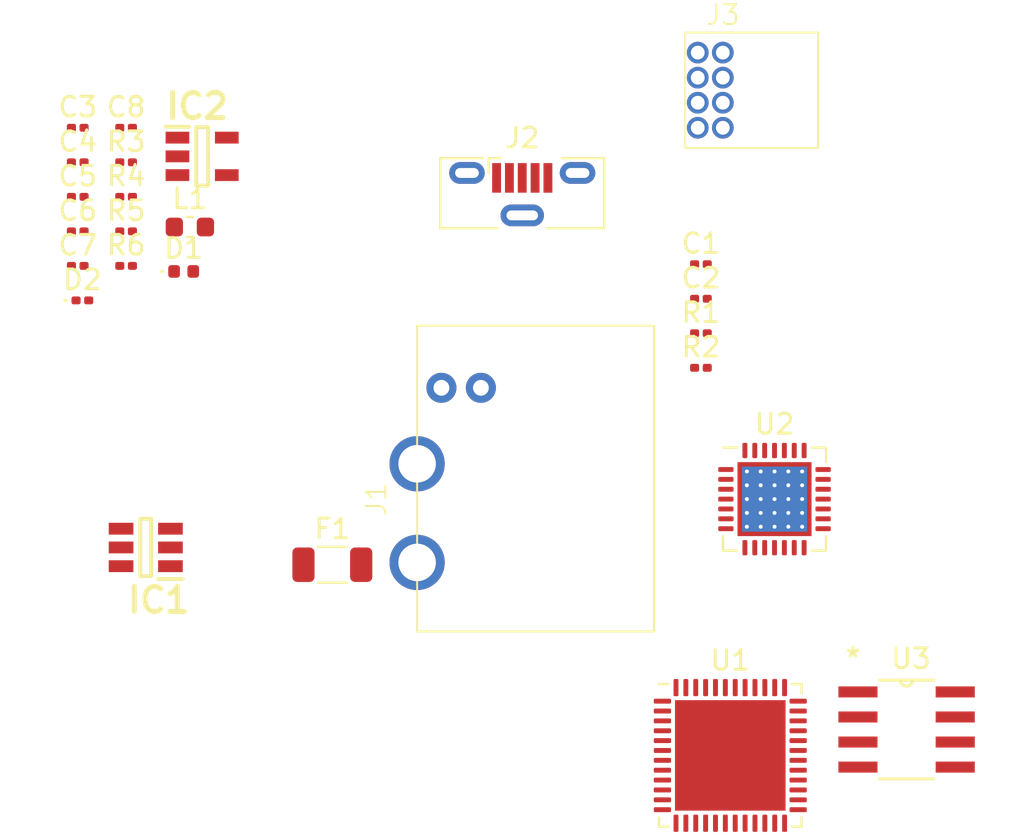
<source format=kicad_pcb>
(kicad_pcb (version 20221018) (generator pcbnew)
  (layers (0 "F.Cu" signal) (31 "B.Cu" signal) (34 "B.Paste" user) (35 "F.Paste" user) (36 "B.SilkS" user "B.Silkscreen") (37 "F.SilkS" user "F.Silkscreen") (38 "B.Mask" user) (39 "F.Mask" user) (44 "Edge.Cuts" user))
  (net 0 "")
  (net 1 "VCC")
  (net 2 "GNDREF")
  (net 3 "Net-(J1-VCC)")
  (net 4 "Net-(IC1-BOOT)")
  (net 5 "Net-(IC1-SW)")
  (net 6 "Net-(IC1-EN)")
  (net 7 "Net-(IC1-FB)")
  (net 39 "Net-(U1-VSS-Pad23)")
  (net 71 "Net-(C6-Pad2)")
  (net 72 "Net-(D1-A)")
  (footprint "Capacitor_SMD:C_0201_0603Metric" (layer "F.Cu") (at 86.705 66.21)
    (fp_text reference "C6" (at 0 -1.05) (layer "F.SilkS"))
    (fp_text value "75pF")
    (pad "1" smd roundrect (at -0.32 0) (size 0.46 0.4) (layers "F.Cu" "F.Mask") (net 7 "Net-(IC1-FB)"))
    (pad "2" smd roundrect (at 0.32 0) (size 0.46 0.4) (layers "F.Cu" "F.Mask") (net 71 "Net-(C6-Pad2)"))
  )
  (footprint "Capacitor_SMD:C_0201_0603Metric" (layer "F.Cu") (at 86.705 64.46)
    (fp_text reference "C5" (at 0 -1.05) (layer "F.SilkS"))
    (fp_text value "22uF")
    (pad "1" smd roundrect (at -0.32 0) (size 0.46 0.4) (layers "F.Cu" "F.Mask") (net 2 "GNDREF"))
    (pad "2" smd roundrect (at 0.32 0) (size 0.46 0.4) (layers "F.Cu" "F.Mask") (net 1 "VCC"))
  )
  (footprint "Resistor_SMD:R_0201_0603Metric" (layer "F.Cu") (at 118.27 71.375)
    (fp_text reference "R1" (at 0 -1.05) (layer "F.SilkS"))
    (fp_text value "551K")
    (pad "1" smd roundrect (at -0.32 0) (size 0.46 0.4) (layers "F.Cu" "F.Mask") (net 1 "VCC"))
    (pad "2" smd roundrect (at 0.32 0) (size 0.46 0.4) (layers "F.Cu" "F.Mask") (net 6 "Net-(IC1-EN)"))
  )
  (footprint "Capacitor_SMD:C_0201_0603Metric" (layer "F.Cu") (at 86.705 62.71)
    (fp_text reference "C4" (at 0 -1.05) (layer "F.SilkS"))
    (fp_text value "22uF")
    (pad "1" smd roundrect (at -0.32 0) (size 0.46 0.4) (layers "F.Cu" "F.Mask") (net 2 "GNDREF"))
    (pad "2" smd roundrect (at 0.32 0) (size 0.46 0.4) (layers "F.Cu" "F.Mask") (net 1 "VCC"))
  )
  (footprint "LED_SMD:LED_0402_1005Metric" (layer "F.Cu") (at 92.07 68.24)
    (fp_text reference "D1" (at 0 -1.17) (layer "F.SilkS"))
    (fp_text value "LED")
    (fp_circle (center -1.09 0) (end -1.04 0) (stroke (width 0.1)) (fill none) (layer "F.SilkS"))
    (pad "1" smd roundrect (at -0.485 0) (size 0.59 0.64) (layers "F.Cu" "F.Paste" "F.Mask") (net 2 "GNDREF"))
    (pad "2" smd roundrect (at 0.485 0) (size 0.59 0.64) (layers "F.Cu" "F.Paste" "F.Mask") (net 72 "Net-(D1-A)"))
  )
  (footprint "SB_CAN_genesis_V1.0_lib:D8" (layer "F.Cu") (at 128.6871 91.4571)
    (fp_text reference "U3" (at 0.225551 -3.590036 unlocked) (layer "F.SilkS"))
    (fp_text value "SN65HVD230DR")
    (fp_text user "*" (at -2.7178 -3.6068 unlocked) (layer "F.SilkS"))
    (fp_text user "*" (at -2.7178 -3.6068 unlocked) (layer "F.SilkS"))
    (fp_line (start -1.373653 2.5019) (end 1.373653 2.5019) (stroke (width 0.1524)) (layer "F.SilkS"))
    (fp_line (start 1.373653 -2.5019) (end -1.373653 -2.5019) (stroke (width 0.1524)) (layer "F.SilkS"))
    (fp_arc (start 0.3048 -2.5019) (mid 0 -2.1971) (end -0.3048 -2.5019) (stroke (width 0.1524)) (layer "F.SilkS"))
    (pad "1" smd rect (at -2.4638 -1.905) (size 1.9812 0.5588) (layers "F.Cu" "F.Paste" "F.Mask"))
    (pad "2" smd rect (at -2.4638 -0.635) (size 1.9812 0.5588) (layers "F.Cu" "F.Paste" "F.Mask"))
    (pad "3" smd rect (at -2.4638 0.635) (size 1.9812 0.5588) (layers "F.Cu" "F.Paste" "F.Mask"))
    (pad "4" smd rect (at -2.4638 1.905) (size 1.9812 0.5588) (layers "F.Cu" "F.Paste" "F.Mask"))
    (pad "5" smd rect (at 2.4638 1.905) (size 1.9812 0.5588) (layers "F.Cu" "F.Paste" "F.Mask"))
    (pad "6" smd rect (at 2.4638 0.635) (size 1.9812 0.5588) (layers "F.Cu" "F.Paste" "F.Mask"))
    (pad "7" smd rect (at 2.4638 -0.635) (size 1.9812 0.5588) (layers "F.Cu" "F.Paste" "F.Mask"))
    (pad "8" smd rect (at 2.4638 -1.905) (size 1.9812 0.5588) (layers "F.Cu" "F.Paste" "F.Mask"))
  )
  (footprint "Diode_SMD:D_0201_0603Metric" (layer "F.Cu") (at 86.94 69.71)
    (fp_text reference "D2" (at 0 -1.05) (layer "F.SilkS"))
    (fp_text value "D_Schottky")
    (fp_circle (center -0.86 0) (end -0.81 0) (stroke (width 0.1)) (fill none) (layer "F.SilkS"))
    (pad "1" smd roundrect (at -0.32 0) (size 0.46 0.4) (layers "F.Cu" "F.Mask") (net 1 "VCC"))
    (pad "2" smd roundrect (at 0.32 0) (size 0.46 0.4) (layers "F.Cu" "F.Mask") (net 2 "GNDREF"))
  )
  (footprint "SB_CAN_genesis_V1.0_lib:SOT95P282X130-5N" (layer "F.Cu") (at 93.005 62.41)
    (fp_text reference "IC2" (at -0.254 -2.54) (layer "F.SilkS") (effects (font (size 1.27 1.27) (thickness 0.254))))
    (fp_text value "AP2112K-3.3TRG1" hide)
    (fp_line (start -1.85 -1.5) (end -0.65 -1.5) (stroke (width 0.2)) (layer "F.SilkS"))
    (fp_line (start -0.3 -1.48) (end 0.3 -1.48) (stroke (width 0.2)) (layer "F.SilkS"))
    (fp_line (start -0.3 1.48) (end -0.3 -1.48) (stroke (width 0.2)) (layer "F.SilkS"))
    (fp_line (start 0.3 -1.48) (end 0.3 1.48) (stroke (width 0.2)) (layer "F.SilkS"))
    (fp_line (start 0.3 1.48) (end -0.3 1.48) (stroke (width 0.2)) (layer "F.SilkS"))
    (pad "1" smd rect (at -1.25 -0.95 90) (size 0.6 1.2) (layers "F.Cu" "F.Paste" "F.Mask") (net 1 "VCC"))
    (pad "2" smd rect (at -1.25 0 90) (size 0.6 1.2) (layers "F.Cu" "F.Paste" "F.Mask") (net 2 "GNDREF"))
    (pad "3" smd rect (at -1.25 0.95 90) (size 0.6 1.2) (layers "F.Cu" "F.Paste" "F.Mask") (net 1 "VCC"))
    (pad "4" smd rect (at 1.25 0.95 90) (size 0.6 1.2) (layers "F.Cu" "F.Paste" "F.Mask"))
    (pad "5" smd rect (at 1.25 -0.95 90) (size 0.6 1.2) (layers "F.Cu" "F.Paste" "F.Mask") (net 1 "VCC"))
  )
  (footprint "Capacitor_SMD:C_0201_0603Metric" (layer "F.Cu") (at 86.705 67.96)
    (fp_text reference "C7" (at 0 -1.05) (layer "F.SilkS"))
    (fp_text value "1uF")
    (pad "1" smd roundrect (at -0.32 0) (size 0.46 0.4) (layers "F.Cu" "F.Mask") (net 2 "GNDREF"))
    (pad "2" smd roundrect (at 0.32 0) (size 0.46 0.4) (layers "F.Cu" "F.Mask") (net 1 "VCC"))
  )
  (footprint "Resistor_SMD:R_1206_3216Metric" (layer "F.Cu") (at 99.600621 83.106038)
    (fp_text reference "F1" (at 0 -1.82) (layer "F.SilkS"))
    (fp_text value "~")
    (fp_line (start -0.727064 -0.91) (end 0.727064 -0.91) (stroke (width 0.12)) (layer "F.SilkS"))
    (fp_line (start -0.727064 0.91) (end 0.727064 0.91) (stroke (width 0.12)) (layer "F.SilkS"))
    (pad "1" smd roundrect (at -1.4625 0) (size 1.125 1.75) (layers "F.Cu" "F.Paste" "F.Mask") (roundrect_rratio 0.222222) (net 1 "VCC"))
    (pad "2" smd roundrect (at 1.4625 0) (size 1.125 1.75) (layers "F.Cu" "F.Paste" "F.Mask") (roundrect_rratio 0.222222) (net 3 "Net-(J1-VCC)"))
  )
  (footprint "Capacitor_SMD:C_0201_0603Metric" (layer "F.Cu") (at 118.27 69.625)
    (fp_text reference "C2" (at 0 -1.05) (layer "F.SilkS"))
    (fp_text value "0.1uF")
    (pad "1" smd roundrect (at -0.32 0) (size 0.46 0.4) (layers "F.Cu" "F.Mask") (net 1 "VCC"))
    (pad "2" smd roundrect (at 0.32 0) (size 0.46 0.4) (layers "F.Cu" "F.Mask") (net 2 "GNDREF"))
  )
  (footprint "Resistor_SMD:R_0201_0603Metric" (layer "F.Cu") (at 89.155 66.21)
    (fp_text reference "R5" (at 0 -1.05) (layer "F.SilkS"))
    (fp_text value "13.3K")
    (pad "1" smd roundrect (at -0.32 0) (size 0.46 0.4) (layers "F.Cu" "F.Mask") (net 7 "Net-(IC1-FB)"))
    (pad "2" smd roundrect (at 0.32 0) (size 0.46 0.4) (layers "F.Cu" "F.Mask") (net 2 "GNDREF"))
  )
  (footprint "Resistor_SMD:R_0201_0603Metric" (layer "F.Cu") (at 89.155 64.46)
    (fp_text reference "R4" (at 0 -1.05) (layer "F.SilkS"))
    (fp_text value "100K")
    (pad "1" smd roundrect (at -0.32 0) (size 0.46 0.4) (layers "F.Cu" "F.Mask") (net 71 "Net-(C6-Pad2)"))
    (pad "2" smd roundrect (at 0.32 0) (size 0.46 0.4) (layers "F.Cu" "F.Mask") (net 7 "Net-(IC1-FB)"))
  )
  (footprint "Inductor_SMD:L_0603_1608Metric" (layer "F.Cu") (at 92.385 65.99)
    (fp_text reference "L1" (at 0 -1.43) (layer "F.SilkS"))
    (fp_text value "10uH")
    (fp_line (start -0.162779 -0.51) (end 0.162779 -0.51) (stroke (width 0.12)) (layer "F.SilkS"))
    (fp_line (start -0.162779 0.51) (end 0.162779 0.51) (stroke (width 0.12)) (layer "F.SilkS"))
    (pad "1" smd roundrect (at -0.7875 0) (size 0.875 0.95) (layers "F.Cu" "F.Paste" "F.Mask") (net 5 "Net-(IC1-SW)"))
    (pad "2" smd roundrect (at 0.7875 0) (size 0.875 0.95) (layers "F.Cu" "F.Paste" "F.Mask") (net 1 "VCC"))
  )
  (footprint "SB_CAN_genesis_V1.0_lib:1.27mm 4x2 header F" (layer "F.Cu") (at 118.11 57.15)
    (fp_text reference "J3" (at 1.27 -1.905 unlocked) (layer "F.SilkS") (effects (font (thickness 0.1))))
    (fp_text value "~")
    (fp_rect (start -0.635 -1.016) (end 6.096 4.826) (stroke (width 0.1)) (fill none) (layer "F.SilkS"))
    (pad "1" thru_hole circle (at 0 0) (size 1.1 1.1) (drill 0.7) (layers "*.Cu" "*.Mask"))
    (pad "2" thru_hole circle (at 1.27 0) (size 1.1 1.1) (drill 0.7) (layers "*.Cu" "*.Mask"))
    (pad "3" thru_hole circle (at 0 1.27) (size 1.1 1.1) (drill 0.7) (layers "*.Cu" "*.Mask"))
    (pad "4" thru_hole circle (at 1.27 1.27) (size 1.1 1.1) (drill 0.7) (layers "*.Cu" "*.Mask"))
    (pad "5" thru_hole circle (at 0 2.54) (size 1.1 1.1) (drill 0.7) (layers "*.Cu" "*.Mask"))
    (pad "6" thru_hole circle (at 1.27 2.54) (size 1.1 1.1) (drill 0.7) (layers "*.Cu" "*.Mask"))
    (pad "7" thru_hole circle (at 0 3.81) (size 1.1 1.1) (drill 0.7) (layers "*.Cu" "*.Mask"))
    (pad "8" thru_hole circle (at 1.27 3.81) (size 1.1 1.1) (drill 0.7) (layers "*.Cu" "*.Mask"))
  )
  (footprint "SB_CAN_genesis_V1.0_lib:XT30PW(2+2)-M" (layer "F.Cu") (at 103.895 82.99 90)
    (fp_text reference "J1" (at 3.19557 -2.071677 90 unlocked) (layer "F.SilkS") (effects (font (thickness 0.1))))
    (fp_text value "~")
    (fp_rect (start -3.5 0) (end 12 12) (stroke (width 0.1)) (fill none) (layer "F.SilkS"))
    (pad "1" thru_hole circle (at 0 0 90) (size 2.8 2.8) (drill 1.9) (layers "*.Cu" "*.Mask") (net 3 "Net-(J1-VCC)"))
    (pad "2" thru_hole circle (at 5 0 90) (size 2.8 2.8) (drill 1.9) (layers "*.Cu" "*.Mask"))
    (pad "3" thru_hole circle (at 8.85 1.23 90) (size 1.524 1.524) (drill 0.8) (layers "*.Cu" "*.Mask"))
    (pad "4" thru_hole circle (at 8.85 3.23 90) (size 1.524 1.524) (drill 0.8) (layers "*.Cu" "*.Mask"))
  )
  (footprint "Capacitor_SMD:C_0201_0603Metric" (layer "F.Cu") (at 118.27 67.875)
    (fp_text reference "C1" (at 0 -1.05) (layer "F.SilkS"))
    (fp_text value "10uF")
    (pad "1" smd roundrect (at -0.32 0) (size 0.46 0.4) (layers "F.Cu" "F.Mask") (net 1 "VCC"))
    (pad "2" smd roundrect (at 0.32 0) (size 0.46 0.4) (layers "F.Cu" "F.Mask") (net 2 "GNDREF"))
  )
  (footprint "Resistor_SMD:R_0201_0603Metric" (layer "F.Cu") (at 89.155 62.71)
    (fp_text reference "R3" (at 0 -1.05) (layer "F.SilkS"))
    (fp_text value "49.9R")
    (pad "1" smd roundrect (at -0.32 0) (size 0.46 0.4) (layers "F.Cu" "F.Mask") (net 1 "VCC"))
    (pad "2" smd roundrect (at 0.32 0) (size 0.46 0.4) (layers "F.Cu" "F.Mask") (net 71 "Net-(C6-Pad2)"))
  )
  (footprint "Connector_USB:USB_Micro-B_Molex-105133-0001" (layer "F.Cu") (at 109.22 64.325)
    (fp_text reference "J2" (at 0 -2.85) (layer "F.SilkS"))
    (fp_text value "USB_B_Micro")
    (fp_line (start -4.15 -1.825) (end -4.15 1.725) (stroke (width 0.12)) (layer "F.SilkS"))
    (fp_line (start -4.15 1.725) (end -1.25 1.725) (stroke (width 0.12)) (layer "F.SilkS"))
    (fp_line (start -2 -1.825) (end -4.15 -1.825) (stroke (width 0.12)) (layer "F.SilkS"))
    (fp_line (start -1.7 -1.825) (end -1.1 -1.825) (stroke (width 0.12)) (layer "F.SilkS"))
    (fp_line (start -1.7 -1.075) (end -1.7 -1.825) (stroke (width 0.12)) (layer "F.SilkS"))
    (fp_line (start 2 -1.825) (end 4.15 -1.825) (stroke (width 0.12)) (layer "F.SilkS"))
    (fp_line (start 4.15 -1.825) (end 4.15 1.725) (stroke (width 0.12)) (layer "F.SilkS"))
    (fp_line (start 4.15 1.725) (end 1.25 1.725) (stroke (width 0.12)) (layer "F.SilkS"))
    (pad "1" smd rect (at -1.3 -0.825) (size 0.45 1.5) (layers "F.Cu" "F.Paste" "F.Mask"))
    (pad "2" smd rect (at -0.65 -0.825) (size 0.45 1.5) (layers "F.Cu" "F.Paste" "F.Mask"))
    (pad "3" smd rect (at 0 -0.825) (size 0.45 1.5) (layers "F.Cu" "F.Paste" "F.Mask"))
    (pad "4" smd rect (at 0.65 -0.825) (size 0.45 1.5) (layers "F.Cu" "F.Paste" "F.Mask"))
    (pad "5" smd rect (at 1.3 -0.825) (size 0.45 1.5) (layers "F.Cu" "F.Paste" "F.Mask"))
    (pad "6" thru_hole oval (at -2.8 -1.075) (size 1.8 1.1) (drill oval 1.2 0.5) (layers "*.Cu" "*.Mask"))
    (pad "6" thru_hole oval (at 0 1.075) (size 2.2 1.1) (drill oval 1.6 0.5) (layers "*.Cu" "*.Mask"))
    (pad "6" thru_hole oval (at 2.8 -1.075) (size 1.8 1.1) (drill oval 1.2 0.5) (layers "*.Cu" "*.Mask"))
  )
  (footprint "SB_CAN_genesis_V1.0_lib:QFN-28-1EP_5x5mm_P0.5mm_EP3.75x3.75mm_ThermalVias" (layer "F.Cu") (at 121.9975 79.78)
    (fp_text reference "U2" (at 0 -3.8) (layer "F.SilkS"))
    (fp_text value "TMC2209-LA-T")
    (fp_line (start -2.61 2.61) (end -2.61 1.885) (stroke (width 0.12)) (layer "F.SilkS"))
    (fp_line (start -1.885 -2.61) (end -2.61 -2.61) (stroke (width 0.12)) (layer "F.SilkS"))
    (fp_line (start -1.885 2.61) (end -2.61 2.61) (stroke (width 0.12)) (layer "F.SilkS"))
    (fp_line (start 1.885 -2.61) (end 2.61 -2.61) (stroke (width 0.12)) (layer "F.SilkS"))
    (fp_line (start 1.885 2.61) (end 2.61 2.61) (stroke (width 0.12)) (layer "F.SilkS"))
    (fp_line (start 2.61 -2.61) (end 2.61 -1.885) (stroke (width 0.12)) (layer "F.SilkS"))
    (fp_line (start 2.61 2.61) (end 2.61 1.885) (stroke (width 0.12)) (layer "F.SilkS"))
    (pad "1" smd roundrect (at -2.4625 -1.5) (size 0.775 0.25) (layers "F.Cu" "F.Paste" "F.Mask"))
    (pad "2" smd roundrect (at -2.4625 -1) (size 0.775 0.25) (layers "F.Cu" "F.Paste" "F.Mask"))
    (pad "3" smd roundrect (at -2.4625 -0.5) (size 0.775 0.25) (layers "F.Cu" "F.Paste" "F.Mask"))
    (pad "4" smd roundrect (at -2.4625 0) (size 0.775 0.25) (layers "F.Cu" "F.Paste" "F.Mask"))
    (pad "5" smd roundrect (at -2.4625 0.5) (size 0.775 0.25) (layers "F.Cu" "F.Paste" "F.Mask"))
    (pad "6" smd roundrect (at -2.4625 1) (size 0.775 0.25) (layers "F.Cu" "F.Paste" "F.Mask"))
    (pad "7" smd roundrect (at -2.4625 1.5) (size 0.775 0.25) (layers "F.Cu" "F.Paste" "F.Mask"))
    (pad "8" smd roundrect (at -1.5 2.4625) (size 0.25 0.775) (layers "F.Cu" "F.Paste" "F.Mask"))
    (pad "9" smd roundrect (at -1 2.4625) (size 0.25 0.775) (layers "F.Cu" "F.Paste" "F.Mask"))
    (pad "10" smd roundrect (at -0.5 2.4625) (size 0.25 0.775) (layers "F.Cu" "F.Paste" "F.Mask"))
    (pad "11" smd roundrect (at 0 2.4625) (size 0.25 0.775) (layers "F.Cu" "F.Paste" "F.Mask"))
    (pad "12" smd roundrect (at 0.5 2.4625) (size 0.25 0.775) (layers "F.Cu" "F.Paste" "F.Mask"))
    (pad "13" smd roundrect (at 1 2.4625) (size 0.25 0.775) (layers "F.Cu" "F.Paste" "F.Mask"))
    (pad "14" smd roundrect (at 1.5 2.4625) (size 0.25 0.775) (layers "F.Cu" "F.Paste" "F.Mask"))
    (pad "15" smd roundrect (at 2.4625 1.5) (size 0.775 0.25) (layers "F.Cu" "F.Paste" "F.Mask"))
    (pad "16" smd roundrect (at 2.4625 1) (size 0.775 0.25) (layers "F.Cu" "F.Paste" "F.Mask"))
    (pad "17" smd roundrect (at 2.4625 0.5) (size 0.775 0.25) (layers "F.Cu" "F.Paste" "F.Mask"))
    (pad "18" smd roundrect (at 2.4625 0) (size 0.775 0.25) (layers "F.Cu" "F.Paste" "F.Mask"))
    (pad "19" smd roundrect (at 2.4625 -0.5) (size 0.775 0.25) (layers "F.Cu" "F.Paste" "F.Mask"))
    (pad "20" smd roundrect (at 2.4625 -1) (size 0.775 0.25) (layers "F.Cu" "F.Paste" "F.Mask"))
    (pad "21" smd roundrect (at 2.4625 -1.5) (size 0.775 0.25) (layers "F.Cu" "F.Paste" "F.Mask"))
    (pad "22" smd roundrect (at 1.5 -2.4625) (size 0.25 0.775) (layers "F.Cu" "F.Paste" "F.Mask"))
    (pad "23" smd roundrect (at 1 -2.4625) (size 0.25 0.775) (layers "F.Cu" "F.Paste" "F.Mask"))
    (pad "24" smd roundrect (at 0.5 -2.4625) (size 0.25 0.775) (layers "F.Cu" "F.Paste" "F.Mask"))
    (pad "25" smd roundrect (at 0 -2.4625) (size 0.25 0.775) (layers "F.Cu" "F.Paste" "F.Mask"))
    (pad "26" smd roundrect (at -0.5 -2.4625) (size 0.25 0.775) (layers "F.Cu" "F.Paste" "F.Mask"))
    (pad "27" smd roundrect (at -1 -2.4625) (size 0.25 0.775) (layers "F.Cu" "F.Paste" "F.Mask"))
    (pad "28" smd roundrect (at -1.5 -2.4625) (size 0.25 0.775) (layers "F.Cu" "F.Paste" "F.Mask"))
    (pad "29" thru_hole circle (at -1.4 -1.4) (size 0.5 0.5) (drill 0.2) (layers "*.Cu"))
    (pad "29" thru_hole circle (at -1.4 -0.7) (size 0.5 0.5) (drill 0.2) (layers "*.Cu"))
    (pad "29" thru_hole circle (at -1.4 0) (size 0.5 0.5) (drill 0.2) (layers "*.Cu"))
    (pad "29" thru_hole circle (at -1.4 0.7) (size 0.5 0.5) (drill 0.2) (layers "*.Cu"))
    (pad "29" thru_hole circle (at -1.4 1.4) (size 0.5 0.5) (drill 0.2) (layers "*.Cu"))
    (pad "29" thru_hole circle (at -0.7 -1.4) (size 0.5 0.5) (drill 0.2) (layers "*.Cu"))
    (pad "29" thru_hole circle (at -0.7 -0.7) (size 0.5 0.5) (drill 0.2) (layers "*.Cu"))
    (pad "29" thru_hole circle (at -0.7 0) (size 0.5 0.5) (drill 0.2) (layers "*.Cu"))
    (pad "29" thru_hole circle (at -0.7 0.7) (size 0.5 0.5) (drill 0.2) (layers "*.Cu"))
    (pad "29" thru_hole circle (at -0.7 1.4) (size 0.5 0.5) (drill 0.2) (layers "*.Cu"))
    (pad "29" thru_hole circle (at 0 -1.4) (size 0.5 0.5) (drill 0.2) (layers "*.Cu"))
    (pad "29" thru_hole circle (at 0 -0.7) (size 0.5 0.5) (drill 0.2) (layers "*.Cu"))
    (pad "29" thru_hole circle (at 0 0) (size 0.5 0.5) (drill 0.2) (layers "*.Cu"))
    (pad "29" smd rect (at 0 0) (size 3.3 3.3) (layers "B.Cu"))
    (pad "29" smd rect (at 0 0) (size 3.75 3.75) (layers "F.Cu" "F.Mask"))
    (pad "29" thru_hole circle (at 0 0.7) (size 0.5 0.5) (drill 0.2) (layers "*.Cu"))
    (pad "29" thru_hole circle (at 0 1.4) (size 0.5 0.5) (drill 0.2) (layers "*.Cu"))
    (pad "29" thru_hole circle (at 0.7 -1.4) (size 0.5 0.5) (drill 0.2) (layers "*.Cu"))
    (pad "29" thru_hole circle (at 0.7 -0.7) (size 0.5 0.5) (drill 0.2) (layers "*.Cu"))
    (pad "29" thru_hole circle (at 0.7 0) (size 0.5 0.5) (drill 0.2) (layers "*.Cu"))
    (pad "29" thru_hole circle (at 0.7 0.7) (size 0.5 0.5) (drill 0.2) (layers "*.Cu"))
    (pad "29" thru_hole circle (at 0.7 1.4) (size 0.5 0.5) (drill 0.2) (layers "*.Cu"))
    (pad "29" thru_hole circle (at 1.4 -1.4) (size 0.5 0.5) (drill 0.2) (layers "*.Cu"))
    (pad "29" thru_hole circle (at 1.4 -0.7) (size 0.5 0.5) (drill 0.2) (layers "*.Cu"))
    (pad "29" thru_hole circle (at 1.4 0) (size 0.5 0.5) (drill 0.2) (layers "*.Cu"))
    (pad "29" thru_hole circle (at 1.4 0.7) (size 0.5 0.5) (drill 0.2) (layers "*.Cu"))
    (pad "29" thru_hole circle (at 1.4 1.4) (size 0.5 0.5) (drill 0.2) (layers "*.Cu"))
  )
  (footprint "SB_CAN_genesis_V1.0_lib:SOT95P280X110-6N" (layer "F.Cu") (at 90.15 82.23 180)
    (fp_text reference "IC1" (at -0.657438 -2.669198) (layer "F.SilkS") (effects (font (size 1.27 1.27) (thickness 0.254))))
    (fp_text value "TPS54302DDCR" hide)
    (fp_line (start -1.875 -1.6) (end -0.625 -1.6) (stroke (width 0.2)) (layer "F.SilkS"))
    (fp_line (start -0.275 -1.45) (end 0.275 -1.45) (stroke (width 0.2)) (layer "F.SilkS"))
    (fp_line (start -0.275 1.45) (end -0.275 -1.45) (stroke (width 0.2)) (layer "F.SilkS"))
    (fp_line (start 0.275 -1.45) (end 0.275 1.45) (stroke (width 0.2)) (layer "F.SilkS"))
    (fp_line (start 0.275 1.45) (end -0.275 1.45) (stroke (width 0.2)) (layer "F.SilkS"))
    (pad "1" smd rect (at -1.25 -0.95 270) (size 0.6 1.25) (layers "F.Cu" "F.Paste" "F.Mask") (net 2 "GNDREF"))
    (pad "2" smd rect (at -1.25 0 270) (size 0.6 1.25) (layers "F.Cu" "F.Paste" "F.Mask") (net 5 "Net-(IC1-SW)"))
    (pad "3" smd rect (at -1.25 0.95 270) (size 0.6 1.25) (layers "F.Cu" "F.Paste" "F.Mask") (net 1 "VCC"))
    (pad "4" smd rect (at 1.25 0.95 270) (size 0.6 1.25) (layers "F.Cu" "F.Paste" "F.Mask") (net 7 "Net-(IC1-FB)"))
    (pad "5" smd rect (at 1.25 0 270) (size 0.6 1.25) (layers "F.Cu" "F.Paste" "F.Mask") (net 6 "Net-(IC1-EN)"))
    (pad "6" smd rect (at 1.25 -0.95 270) (size 0.6 1.25) (layers "F.Cu" "F.Paste" "F.Mask") (net 4 "Net-(IC1-BOOT)"))
  )
  (footprint "Resistor_SMD:R_0201_0603Metric" (layer "F.Cu") (at 89.155 67.96)
    (fp_text reference "R6" (at 0 -1.05) (layer "F.SilkS"))
    (fp_text value "1K")
    (pad "1" smd roundrect (at -0.32 0) (size 0.46 0.4) (layers "F.Cu" "F.Mask") (net 1 "VCC"))
    (pad "2" smd roundrect (at 0.32 0) (size 0.46 0.4) (layers "F.Cu" "F.Mask") (net 72 "Net-(D1-A)"))
  )
  (footprint "Package_DFN_QFN:QFN-48-1EP_7x7mm_P0.5mm_EP5.6x5.6mm" (layer "F.Cu") (at 119.7575 92.77)
    (fp_text reference "U1" (at 0 -4.82) (layer "F.SilkS"))
    (fp_text value "STM32F072CBUx")
    (fp_line (start -3.61 3.61) (end -3.61 3.135) (stroke (width 0.12)) (layer "F.SilkS"))
    (fp_line (start -3.135 -3.61) (end -3.61 -3.61) (stroke (width 0.12)) (layer "F.SilkS"))
    (fp_line (start -3.135 3.61) (end -3.61 3.61) (stroke (width 0.12)) (layer "F.SilkS"))
    (fp_line (start 3.135 -3.61) (end 3.61 -3.61) (stroke (width 0.12)) (layer "F.SilkS"))
    (fp_line (start 3.135 3.61) (end 3.61 3.61) (stroke (width 0.12)) (layer "F.SilkS"))
    (fp_line (start 3.61 -3.61) (end 3.61 -3.135) (stroke (width 0.12)) (layer "F.SilkS"))
    (fp_line (start 3.61 3.61) (end 3.61 3.135) (stroke (width 0.12)) (layer "F.SilkS"))
    (pad "1" smd roundrect (at -3.4375 -2.75) (size 0.875 0.25) (layers "F.Cu" "F.Paste" "F.Mask"))
    (pad "2" smd roundrect (at -3.4375 -2.25) (size 0.875 0.25) (layers "F.Cu" "F.Paste" "F.Mask"))
    (pad "3" smd roundrect (at -3.4375 -1.75) (size 0.875 0.25) (layers "F.Cu" "F.Paste" "F.Mask"))
    (pad "4" smd roundrect (at -3.4375 -1.25) (size 0.875 0.25) (layers "F.Cu" "F.Paste" "F.Mask"))
    (pad "5" smd roundrect (at -3.4375 -0.75) (size 0.875 0.25) (layers "F.Cu" "F.Paste" "F.Mask"))
    (pad "6" smd roundrect (at -3.4375 -0.25) (size 0.875 0.25) (layers "F.Cu" "F.Paste" "F.Mask"))
    (pad "7" smd roundrect (at -3.4375 0.25) (size 0.875 0.25) (layers "F.Cu" "F.Paste" "F.Mask"))
    (pad "8" smd roundrect (at -3.4375 0.75) (size 0.875 0.25) (layers "F.Cu" "F.Paste" "F.Mask"))
    (pad "9" smd roundrect (at -3.4375 1.25) (size 0.875 0.25) (layers "F.Cu" "F.Paste" "F.Mask"))
    (pad "10" smd roundrect (at -3.4375 1.75) (size 0.875 0.25) (layers "F.Cu" "F.Paste" "F.Mask"))
    (pad "11" smd roundrect (at -3.4375 2.25) (size 0.875 0.25) (layers "F.Cu" "F.Paste" "F.Mask"))
    (pad "12" smd roundrect (at -3.4375 2.75) (size 0.875 0.25) (layers "F.Cu" "F.Paste" "F.Mask"))
    (pad "13" smd roundrect (at -2.75 3.4375) (size 0.25 0.875) (layers "F.Cu" "F.Paste" "F.Mask"))
    (pad "14" smd roundrect (at -2.25 3.4375) (size 0.25 0.875) (layers "F.Cu" "F.Paste" "F.Mask"))
    (pad "15" smd roundrect (at -1.75 3.4375) (size 0.25 0.875) (layers "F.Cu" "F.Paste" "F.Mask"))
    (pad "16" smd roundrect (at -1.25 3.4375) (size 0.25 0.875) (layers "F.Cu" "F.Paste" "F.Mask"))
    (pad "17" smd roundrect (at -0.75 3.4375) (size 0.25 0.875) (layers "F.Cu" "F.Paste" "F.Mask"))
    (pad "18" smd roundrect (at -0.25 3.4375) (size 0.25 0.875) (layers "F.Cu" "F.Paste" "F.Mask"))
    (pad "19" smd roundrect (at 0.25 3.4375) (size 0.25 0.875) (layers "F.Cu" "F.Paste" "F.Mask"))
    (pad "20" smd roundrect (at 0.75 3.4375) (size 0.25 0.875) (layers "F.Cu" "F.Paste" "F.Mask"))
    (pad "21" smd roundrect (at 1.25 3.4375) (size 0.25 0.875) (layers "F.Cu" "F.Paste" "F.Mask"))
    (pad "22" smd roundrect (at 1.75 3.4375) (size 0.25 0.875) (layers "F.Cu" "F.Paste" "F.Mask"))
    (pad "23" smd roundrect (at 2.25 3.4375) (size 0.25 0.875) (layers "F.Cu" "F.Paste" "F.Mask") (net 39 "Net-(U1-VSS-Pad23)"))
    (pad "24" smd roundrect (at 2.75 3.4375) (size 0.25 0.875) (layers "F.Cu" "F.Paste" "F.Mask"))
    (pad "25" smd roundrect (at 3.4375 2.75) (size 0.875 0.25) (layers "F.Cu" "F.Paste" "F.Mask"))
    (pad "26" smd roundrect (at 3.4375 2.25) (size 0.875 0.25) (layers "F.Cu" "F.Paste" "F.Mask"))
    (pad "27" smd roundrect (at 3.4375 1.75) (size 0.875 0.25) (layers "F.Cu" "F.Paste" "F.Mask"))
    (pad "28" smd roundrect (at 3.4375 1.25) (size 0.875 0.25) (layers "F.Cu" "F.Paste" "F.Mask"))
    (pad "29" smd roundrect (at 3.4375 0.75) (size 0.875 0.25) (layers "F.Cu" "F.Paste" "F.Mask"))
    (pad "30" smd roundrect (at 3.4375 0.25) (size 0.875 0.25) (layers "F.Cu" "F.Paste" "F.Mask"))
    (pad "31" smd roundrect (at 3.4375 -0.25) (size 0.875 0.25) (layers "F.Cu" "F.Paste" "F.Mask"))
    (pad "32" smd roundrect (at 3.4375 -0.75) (size 0.875 0.25) (layers "F.Cu" "F.Paste" "F.Mask"))
    (pad "33" smd roundrect (at 3.4375 -1.25) (size 0.875 0.25) (layers "F.Cu" "F.Paste" "F.Mask"))
    (pad "34" smd roundrect (at 3.4375 -1.75) (size 0.875 0.25) (layers "F.Cu" "F.Paste" "F.Mask"))
    (pad "35" smd roundrect (at 3.4375 -2.25) (size 0.875 0.25) (layers "F.Cu" "F.Paste" "F.Mask") (net 39 "Net-(U1-VSS-Pad23)"))
    (pad "36" smd roundrect (at 3.4375 -2.75) (size 0.875 0.25) (layers "F.Cu" "F.Paste" "F.Mask"))
    (pad "37" smd roundrect (at 2.75 -3.4375) (size 0.25 0.875) (layers "F.Cu" "F.Paste" "F.Mask"))
    (pad "38" smd roundrect (at 2.25 -3.4375) (size 0.25 0.875) (layers "F.Cu" "F.Paste" "F.Mask"))
    (pad "39" smd roundrect (at 1.75 -3.4375) (size 0.25 0.875) (layers "F.Cu" "F.Paste" "F.Mask"))
    (pad "40" smd roundrect (at 1.25 -3.4375) (size 0.25 0.875) (layers "F.Cu" "F.Paste" "F.Mask"))
    (pad "41" smd roundrect (at 0.75 -3.4375) (size 0.25 0.875) (layers "F.Cu" "F.Paste" "F.Mask"))
    (pad "42" smd roundrect (at 0.25 -3.4375) (size 0.25 0.875) (layers "F.Cu" "F.Paste" "F.Mask"))
    (pad "43" smd roundrect (at -0.25 -3.4375) (size 0.25 0.875) (layers "F.Cu" "F.Paste" "F.Mask"))
    (pad "44" smd roundrect (at -0.75 -3.4375) (size 0.25 0.875) (layers "F.Cu" "F.Paste" "F.Mask"))
    (pad "45" smd roundrect (at -1.25 -3.4375) (size 0.25 0.875) (layers "F.Cu" "F.Paste" "F.Mask"))
    (pad "46" smd roundrect (at -1.75 -3.4375) (size 0.25 0.875) (layers "F.Cu" "F.Paste" "F.Mask"))
    (pad "47" smd roundrect (at -2.25 -3.4375) (size 0.25 0.875) (layers "F.Cu" "F.Paste" "F.Mask") (net 39 "Net-(U1-VSS-Pad23)"))
    (pad "48" smd roundrect (at -2.75 -3.4375) (size 0.25 0.875) (layers "F.Cu" "F.Paste" "F.Mask"))
    (pad "49" smd rect (at 0 0) (size 5.6 5.6) (layers "F.Cu" "F.Mask") (net 39 "Net-(U1-VSS-Pad23)"))
  )
  (footprint "Resistor_SMD:R_0201_0603Metric" (layer "F.Cu") (at 118.27 73.125)
    (fp_text reference "R2" (at 0 -1.05) (layer "F.SilkS"))
    (fp_text value "105K")
    (pad "1" smd roundrect (at -0.32 0) (size 0.46 0.4) (layers "F.Cu" "F.Mask") (net 6 "Net-(IC1-EN)"))
    (pad "2" smd roundrect (at 0.32 0) (size 0.46 0.4) (layers "F.Cu" "F.Mask") (net 2 "GNDREF"))
  )
  (footprint "Capacitor_SMD:C_0201_0603Metric" (layer "F.Cu") (at 86.705 60.96)
    (fp_text reference "C3" (at 0 -1.05) (layer "F.SilkS"))
    (fp_text value "0.1uF")
    (pad "1" smd roundrect (at -0.32 0) (size 0.46 0.4) (layers "F.Cu" "F.Mask") (net 4 "Net-(IC1-BOOT)"))
    (pad "2" smd roundrect (at 0.32 0) (size 0.46 0.4) (layers "F.Cu" "F.Mask") (net 5 "Net-(IC1-SW)"))
  )
  (footprint "Capacitor_SMD:C_0201_0603Metric" (layer "F.Cu") (at 89.155 60.96)
    (fp_text reference "C8" (at 0 -1.05) (layer "F.SilkS"))
    (fp_text value "1uF")
    (pad "1" smd roundrect (at -0.32 0) (size 0.46 0.4) (layers "F.Cu" "F.Mask") (net 2 "GNDREF"))
    (pad "2" smd roundrect (at 0.32 0) (size 0.46 0.4) (layers "F.Cu" "F.Mask") (net 1 "VCC"))
  )
)
</source>
